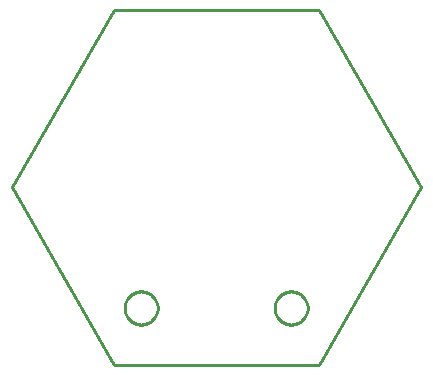
<source format=gbr>
G04 EAGLE Gerber RS-274X export*
G75*
%MOMM*%
%FSLAX34Y34*%
%LPD*%
%IN*%
%IPPOS*%
%AMOC8*
5,1,8,0,0,1.08239X$1,22.5*%
G01*
%ADD10C,0.254000*%


D10*
X159540Y414020D02*
X246140Y264020D01*
X419340Y264020D01*
X505940Y414020D01*
X419340Y564020D01*
X246140Y564020D01*
X159540Y414020D01*
X381986Y312412D02*
X382057Y313409D01*
X382200Y314399D01*
X382412Y315376D01*
X382694Y316336D01*
X383043Y317273D01*
X383459Y318182D01*
X383938Y319060D01*
X384479Y319901D01*
X385078Y320702D01*
X385733Y321458D01*
X386440Y322165D01*
X387196Y322820D01*
X387996Y323419D01*
X388838Y323960D01*
X389715Y324439D01*
X390625Y324854D01*
X391562Y325204D01*
X392522Y325486D01*
X393499Y325698D01*
X394489Y325840D01*
X395486Y325912D01*
X396486Y325912D01*
X397484Y325840D01*
X398473Y325698D01*
X399451Y325486D01*
X400410Y325204D01*
X401347Y324854D01*
X402257Y324439D01*
X403134Y323960D01*
X403976Y323419D01*
X404776Y322820D01*
X405532Y322165D01*
X406239Y321458D01*
X406894Y320702D01*
X407493Y319901D01*
X408034Y319060D01*
X408513Y318182D01*
X408929Y317273D01*
X409278Y316336D01*
X409560Y315376D01*
X409772Y314399D01*
X409915Y313409D01*
X409986Y312412D01*
X409986Y311412D01*
X409915Y310414D01*
X409772Y309424D01*
X409560Y308447D01*
X409278Y307488D01*
X408929Y306551D01*
X408513Y305641D01*
X408034Y304763D01*
X407493Y303922D01*
X406894Y303122D01*
X406239Y302366D01*
X405532Y301659D01*
X404776Y301004D01*
X403976Y300405D01*
X403134Y299864D01*
X402257Y299385D01*
X401347Y298969D01*
X400410Y298620D01*
X399451Y298338D01*
X398473Y298125D01*
X397484Y297983D01*
X396486Y297912D01*
X395486Y297912D01*
X394489Y297983D01*
X393499Y298125D01*
X392522Y298338D01*
X391562Y298620D01*
X390625Y298969D01*
X389715Y299385D01*
X388838Y299864D01*
X387996Y300405D01*
X387196Y301004D01*
X386440Y301659D01*
X385733Y302366D01*
X385078Y303122D01*
X384479Y303922D01*
X383938Y304763D01*
X383459Y305641D01*
X383043Y306551D01*
X382694Y307488D01*
X382412Y308447D01*
X382200Y309424D01*
X382057Y310414D01*
X381986Y311412D01*
X381986Y312412D01*
X254986Y312412D02*
X255057Y313409D01*
X255200Y314399D01*
X255412Y315376D01*
X255694Y316336D01*
X256043Y317273D01*
X256459Y318182D01*
X256938Y319060D01*
X257479Y319901D01*
X258078Y320702D01*
X258733Y321458D01*
X259440Y322165D01*
X260196Y322820D01*
X260996Y323419D01*
X261838Y323960D01*
X262715Y324439D01*
X263625Y324854D01*
X264562Y325204D01*
X265522Y325486D01*
X266499Y325698D01*
X267489Y325840D01*
X268486Y325912D01*
X269486Y325912D01*
X270484Y325840D01*
X271473Y325698D01*
X272451Y325486D01*
X273410Y325204D01*
X274347Y324854D01*
X275257Y324439D01*
X276134Y323960D01*
X276976Y323419D01*
X277776Y322820D01*
X278532Y322165D01*
X279239Y321458D01*
X279894Y320702D01*
X280493Y319901D01*
X281034Y319060D01*
X281513Y318182D01*
X281929Y317273D01*
X282278Y316336D01*
X282560Y315376D01*
X282772Y314399D01*
X282915Y313409D01*
X282986Y312412D01*
X282986Y311412D01*
X282915Y310414D01*
X282772Y309424D01*
X282560Y308447D01*
X282278Y307488D01*
X281929Y306551D01*
X281513Y305641D01*
X281034Y304763D01*
X280493Y303922D01*
X279894Y303122D01*
X279239Y302366D01*
X278532Y301659D01*
X277776Y301004D01*
X276976Y300405D01*
X276134Y299864D01*
X275257Y299385D01*
X274347Y298969D01*
X273410Y298620D01*
X272451Y298338D01*
X271473Y298125D01*
X270484Y297983D01*
X269486Y297912D01*
X268486Y297912D01*
X267489Y297983D01*
X266499Y298125D01*
X265522Y298338D01*
X264562Y298620D01*
X263625Y298969D01*
X262715Y299385D01*
X261838Y299864D01*
X260996Y300405D01*
X260196Y301004D01*
X259440Y301659D01*
X258733Y302366D01*
X258078Y303122D01*
X257479Y303922D01*
X256938Y304763D01*
X256459Y305641D01*
X256043Y306551D01*
X255694Y307488D01*
X255412Y308447D01*
X255200Y309424D01*
X255057Y310414D01*
X254986Y311412D01*
X254986Y312412D01*
M02*

</source>
